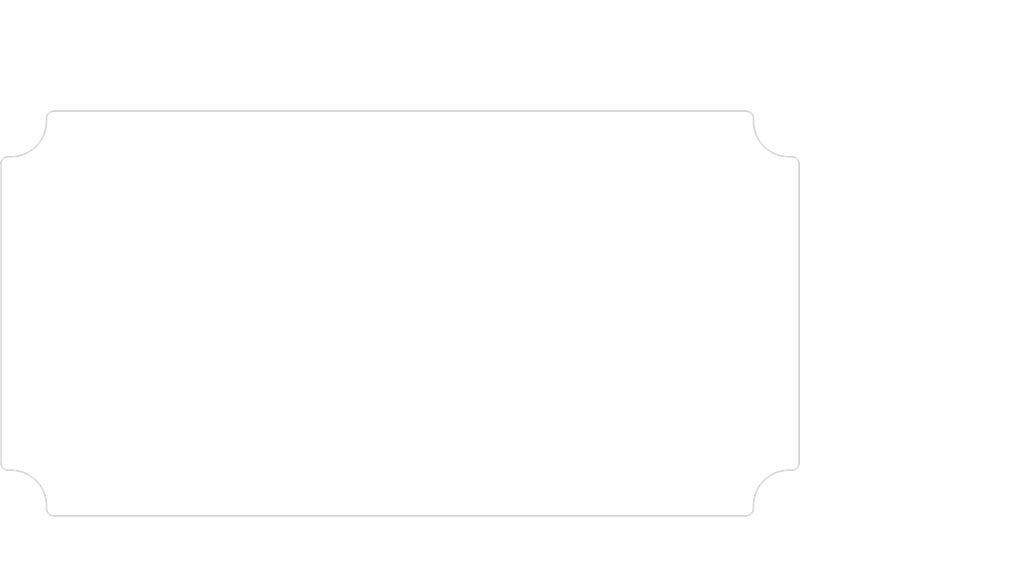
<source format=kicad_pcb>
(kicad_pcb (version 20171130) (host pcbnew "(5.1.0)-1")

  (general
    (thickness 1.6)
    (drawings 56)
    (tracks 0)
    (zones 0)
    (modules 0)
    (nets 1)
  )

  (page A4)
  (layers
    (0 F.Cu signal)
    (31 B.Cu signal)
    (32 B.Adhes user)
    (33 F.Adhes user)
    (34 B.Paste user)
    (35 F.Paste user)
    (36 B.SilkS user)
    (37 F.SilkS user)
    (38 B.Mask user)
    (39 F.Mask user)
    (40 Dwgs.User user)
    (41 Cmts.User user)
    (42 Eco1.User user)
    (43 Eco2.User user)
    (44 Edge.Cuts user)
    (45 Margin user)
    (46 B.CrtYd user)
    (47 F.CrtYd user)
    (48 B.Fab user)
    (49 F.Fab user)
  )

  (setup
    (last_trace_width 0.25)
    (trace_clearance 0.2)
    (zone_clearance 0.508)
    (zone_45_only no)
    (trace_min 0.2)
    (via_size 0.8)
    (via_drill 0.4)
    (via_min_size 0.4)
    (via_min_drill 0.3)
    (uvia_size 0.3)
    (uvia_drill 0.1)
    (uvias_allowed no)
    (uvia_min_size 0.2)
    (uvia_min_drill 0.1)
    (edge_width 0.05)
    (segment_width 0.2)
    (pcb_text_width 0.3)
    (pcb_text_size 1.5 1.5)
    (mod_edge_width 0.12)
    (mod_text_size 1 1)
    (mod_text_width 0.15)
    (pad_size 1.524 1.524)
    (pad_drill 0.762)
    (pad_to_mask_clearance 0.051)
    (solder_mask_min_width 0.25)
    (aux_axis_origin 0 0)
    (visible_elements FFFFFF7F)
    (pcbplotparams
      (layerselection 0x010fc_ffffffff)
      (usegerberextensions false)
      (usegerberattributes false)
      (usegerberadvancedattributes false)
      (creategerberjobfile false)
      (excludeedgelayer true)
      (linewidth 0.152400)
      (plotframeref false)
      (viasonmask false)
      (mode 1)
      (useauxorigin false)
      (hpglpennumber 1)
      (hpglpenspeed 20)
      (hpglpendiameter 15.000000)
      (psnegative false)
      (psa4output false)
      (plotreference true)
      (plotvalue true)
      (plotinvisibletext false)
      (padsonsilk false)
      (subtractmaskfromsilk false)
      (outputformat 1)
      (mirror false)
      (drillshape 1)
      (scaleselection 1)
      (outputdirectory ""))
  )

  (net 0 "")

  (net_class Default "This is the default net class."
    (clearance 0.2)
    (trace_width 0.25)
    (via_dia 0.8)
    (via_drill 0.4)
    (uvia_dia 0.3)
    (uvia_drill 0.1)
  )

  (gr_arc (start 90.280012 122.133076) (end 94.945762 122.133076) (angle -90) (layer Edge.Cuts) (width 0.2))
  (gr_line (start 94.945762 122.133076) (end 94.945762 122.467325) (layer Edge.Cuts) (width 0.2))
  (gr_line (start 187.714262 122.467325) (end 187.714262 122.133076) (layer Edge.Cuts) (width 0.2))
  (gr_arc (start 192.380012 122.133076) (end 192.380012 117.467325) (angle -90) (layer Edge.Cuts) (width 0.2))
  (gr_line (start 192.380012 117.467325) (end 192.714262 117.467325) (layer Edge.Cuts) (width 0.2))
  (gr_line (start 192.714262 76.298826) (end 192.380012 76.298826) (layer Edge.Cuts) (width 0.2))
  (gr_arc (start 192.380012 71.633076) (end 187.714262 71.633076) (angle -90) (layer Edge.Cuts) (width 0.2))
  (gr_line (start 187.714262 71.633076) (end 187.714262 71.298826) (layer Edge.Cuts) (width 0.2))
  (gr_line (start 94.945762 71.298826) (end 94.945762 71.633076) (layer Edge.Cuts) (width 0.2))
  (gr_arc (start 90.280012 71.633076) (end 90.280012 76.298826) (angle -90) (layer Edge.Cuts) (width 0.2))
  (gr_line (start 90.280012 76.298826) (end 89.945762 76.298826) (layer Edge.Cuts) (width 0.2))
  (gr_line (start 89.945762 117.467325) (end 90.280012 117.467325) (layer Edge.Cuts) (width 0.2))
  (gr_line (start 193.714262 116.467325) (end 193.714262 77.298826) (layer Edge.Cuts) (width 0.2))
  (gr_line (start 186.714262 70.298826) (end 95.945762 70.298826) (layer Edge.Cuts) (width 0.2))
  (gr_line (start 88.945762 77.298826) (end 88.945762 116.467325) (layer Edge.Cuts) (width 0.2))
  (gr_line (start 95.945762 123.467325) (end 186.714262 123.467325) (layer Edge.Cuts) (width 0.2))
  (gr_arc (start 186.714262 122.467325) (end 186.714262 123.467325) (angle -90) (layer Edge.Cuts) (width 0.2))
  (gr_arc (start 192.714262 116.467325) (end 192.714262 117.467325) (angle -90) (layer Edge.Cuts) (width 0.2))
  (gr_arc (start 192.714262 77.298826) (end 193.714262 77.298826) (angle -90) (layer Edge.Cuts) (width 0.2))
  (gr_arc (start 186.714262 71.298826) (end 187.714262 71.298826) (angle -90) (layer Edge.Cuts) (width 0.2))
  (gr_arc (start 95.945762 71.298826) (end 95.945762 70.298826) (angle -90) (layer Edge.Cuts) (width 0.2))
  (gr_arc (start 89.945762 77.298826) (end 89.945762 76.298826) (angle -90) (layer Edge.Cuts) (width 0.2))
  (gr_arc (start 89.945762 116.467325) (end 88.945762 116.467325) (angle -90) (layer Edge.Cuts) (width 0.2))
  (gr_arc (start 95.945762 122.467325) (end 94.945762 122.467325) (angle -90) (layer Edge.Cuts) (width 0.2))
  (gr_text [R0.04] (at 195.94677 130.023978) (layer Dwgs.User)
    (effects (font (size 1.7 1.53) (thickness 0.2125)))
  )
  (gr_text " R1.00" (at 195.94677 126.466543) (layer Dwgs.User)
    (effects (font (size 1.7 1.53) (thickness 0.2125)))
  )
  (gr_line (start 189.475999 128.134517) (end 188.028477 125.164145) (layer Dwgs.User) (width 0.2))
  (gr_line (start 191.475999 128.134517) (end 189.475999 128.134517) (layer Dwgs.User) (width 0.2))
  (gr_text [3.65] (at 174.75372 66.869338) (layer Dwgs.User)
    (effects (font (size 1.7 1.53) (thickness 0.2125)))
  )
  (gr_text " 92.77" (at 174.75372 63.311903) (layer Dwgs.User)
    (effects (font (size 1.7 1.53) (thickness 0.2125)))
  )
  (gr_line (start 185.714262 64.979877) (end 178.80123 64.979877) (layer Dwgs.User) (width 0.2))
  (gr_line (start 96.945762 64.979877) (end 170.706209 64.979877) (layer Dwgs.User) (width 0.2))
  (gr_line (start 187.714262 69.298826) (end 187.714262 61.804877) (layer Dwgs.User) (width 0.2))
  (gr_line (start 94.945762 69.298826) (end 94.945762 61.804877) (layer Dwgs.User) (width 0.2))
  (gr_text [1.62] (at 209.714262 113.389485) (layer Dwgs.User)
    (effects (font (size 1.7 1.53) (thickness 0.2125)))
  )
  (gr_text " 41.17" (at 209.714262 109.846545) (layer Dwgs.User)
    (effects (font (size 1.7 1.53) (thickness 0.2125)))
  )
  (gr_line (start 209.714262 115.467325) (end 209.714262 115.042963) (layer Dwgs.User) (width 0.2))
  (gr_line (start 209.714262 78.298826) (end 209.714262 107.957083) (layer Dwgs.User) (width 0.2))
  (gr_line (start 194.714262 117.467325) (end 212.889262 117.467325) (layer Dwgs.User) (width 0.2))
  (gr_line (start 194.714262 76.298826) (end 212.889262 76.298826) (layer Dwgs.User) (width 0.2))
  (gr_text [R0.18] (at 179.574742 116.884573) (layer Dwgs.User)
    (effects (font (size 1.7 1.53) (thickness 0.2125)))
  )
  (gr_text " R4.67" (at 179.574742 113.327137) (layer Dwgs.User)
    (effects (font (size 1.7 1.53) (thickness 0.2125)))
  )
  (gr_line (start 186.045513 114.995111) (end 187.955571 117.147441) (layer Dwgs.User) (width 0.2))
  (gr_line (start 184.045513 114.995111) (end 186.045513 114.995111) (layer Dwgs.User) (width 0.2))
  (gr_text [2.09] (at 219.199853 108.573813) (layer Dwgs.User)
    (effects (font (size 1.7 1.53) (thickness 0.2125)))
  )
  (gr_text " 53.17" (at 219.199853 105.015798) (layer Dwgs.User)
    (effects (font (size 1.7 1.53) (thickness 0.2125)))
  )
  (gr_line (start 219.199853 72.298826) (end 219.199853 103.126337) (layer Dwgs.User) (width 0.2))
  (gr_line (start 219.199853 121.467325) (end 219.199853 110.242367) (layer Dwgs.User) (width 0.2))
  (gr_line (start 188.714262 70.298826) (end 222.374853 70.298826) (layer Dwgs.User) (width 0.2))
  (gr_line (start 188.714262 123.467325) (end 222.374853 123.467325) (layer Dwgs.User) (width 0.2))
  (gr_text [4.12] (at 162.28758 60.87935) (layer Dwgs.User)
    (effects (font (size 1.7 1.53) (thickness 0.2125)))
  )
  (gr_text " 104.77" (at 162.28758 57.321915) (layer Dwgs.User)
    (effects (font (size 1.7 1.53) (thickness 0.2125)))
  )
  (gr_line (start 90.945762 58.989889) (end 157.579667 58.989889) (layer Dwgs.User) (width 0.2))
  (gr_line (start 191.714262 58.989889) (end 166.995493 58.989889) (layer Dwgs.User) (width 0.2))
  (gr_line (start 88.945762 75.298826) (end 88.945762 55.814889) (layer Dwgs.User) (width 0.2))
  (gr_line (start 193.714262 75.298826) (end 193.714262 55.814889) (layer Dwgs.User) (width 0.2))

)

</source>
